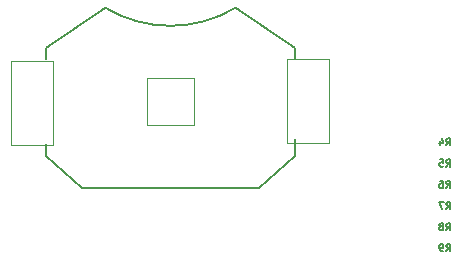
<source format=gbr>
G04 #@! TF.GenerationSoftware,KiCad,Pcbnew,(5.0.1-3-g963ef8bb5)*
G04 #@! TF.CreationDate,2019-05-10T17:55:58-07:00*
G04 #@! TF.ProjectId,ME203_Project,4D453230335F50726F6A6563742E6B69,rev?*
G04 #@! TF.SameCoordinates,Original*
G04 #@! TF.FileFunction,Legend,Bot*
G04 #@! TF.FilePolarity,Positive*
%FSLAX46Y46*%
G04 Gerber Fmt 4.6, Leading zero omitted, Abs format (unit mm)*
G04 Created by KiCad (PCBNEW (5.0.1-3-g963ef8bb5)) date Friday, May 10, 2019 at 05:55:58 PM*
%MOMM*%
%LPD*%
G01*
G04 APERTURE LIST*
%ADD10C,0.066040*%
%ADD11C,0.203200*%
%ADD12C,0.127000*%
G04 APERTURE END LIST*
D10*
G04 #@! TO.C,BT1*
X93001020Y-42751020D02*
X96998980Y-42751020D01*
X96998980Y-42751020D02*
X96998980Y-46748980D01*
X93001020Y-46748980D02*
X96998980Y-46748980D01*
X93001020Y-42751020D02*
X93001020Y-46748980D01*
X81538000Y-41321000D02*
X85094000Y-41321000D01*
X85094000Y-41321000D02*
X85094000Y-48433000D01*
X81538000Y-48433000D02*
X85094000Y-48433000D01*
X81538000Y-41321000D02*
X81538000Y-48433000D01*
X104906000Y-41194000D02*
X108462000Y-41194000D01*
X108462000Y-41194000D02*
X108462000Y-48306000D01*
X104906000Y-48306000D02*
X108462000Y-48306000D01*
X104906000Y-41194000D02*
X104906000Y-48306000D01*
D11*
X87501920Y-52098220D02*
X102498080Y-52098220D01*
X87501920Y-52098220D02*
X84451380Y-49398200D01*
X102498080Y-52098220D02*
X105548620Y-49398200D01*
X105548620Y-40200860D02*
X100549900Y-36802340D01*
X89450100Y-36802340D02*
X84451380Y-40200860D01*
X105548620Y-49398200D02*
X105548620Y-47947860D01*
X84451380Y-48328860D02*
X84451380Y-49398200D01*
X84451380Y-40200860D02*
X84451380Y-41171140D01*
X105548620Y-40200860D02*
X105548620Y-41171140D01*
X100547955Y-36803517D02*
G75*
G02X89450100Y-36802340I-5547955J9162957D01*
G01*
G04 #@! TO.C,R6*
D12*
X118351600Y-52075771D02*
X118554800Y-51785485D01*
X118699942Y-52075771D02*
X118699942Y-51466171D01*
X118467714Y-51466171D01*
X118409657Y-51495200D01*
X118380628Y-51524228D01*
X118351600Y-51582285D01*
X118351600Y-51669371D01*
X118380628Y-51727428D01*
X118409657Y-51756457D01*
X118467714Y-51785485D01*
X118699942Y-51785485D01*
X117829085Y-51466171D02*
X117945200Y-51466171D01*
X118003257Y-51495200D01*
X118032285Y-51524228D01*
X118090342Y-51611314D01*
X118119371Y-51727428D01*
X118119371Y-51959657D01*
X118090342Y-52017714D01*
X118061314Y-52046742D01*
X118003257Y-52075771D01*
X117887142Y-52075771D01*
X117829085Y-52046742D01*
X117800057Y-52017714D01*
X117771028Y-51959657D01*
X117771028Y-51814514D01*
X117800057Y-51756457D01*
X117829085Y-51727428D01*
X117887142Y-51698400D01*
X118003257Y-51698400D01*
X118061314Y-51727428D01*
X118090342Y-51756457D01*
X118119371Y-51814514D01*
G04 #@! TO.C,R5*
X118351600Y-50275771D02*
X118554800Y-49985485D01*
X118699942Y-50275771D02*
X118699942Y-49666171D01*
X118467714Y-49666171D01*
X118409657Y-49695200D01*
X118380628Y-49724228D01*
X118351600Y-49782285D01*
X118351600Y-49869371D01*
X118380628Y-49927428D01*
X118409657Y-49956457D01*
X118467714Y-49985485D01*
X118699942Y-49985485D01*
X117800057Y-49666171D02*
X118090342Y-49666171D01*
X118119371Y-49956457D01*
X118090342Y-49927428D01*
X118032285Y-49898400D01*
X117887142Y-49898400D01*
X117829085Y-49927428D01*
X117800057Y-49956457D01*
X117771028Y-50014514D01*
X117771028Y-50159657D01*
X117800057Y-50217714D01*
X117829085Y-50246742D01*
X117887142Y-50275771D01*
X118032285Y-50275771D01*
X118090342Y-50246742D01*
X118119371Y-50217714D01*
G04 #@! TO.C,R4*
X118351600Y-48475771D02*
X118554800Y-48185485D01*
X118699942Y-48475771D02*
X118699942Y-47866171D01*
X118467714Y-47866171D01*
X118409657Y-47895200D01*
X118380628Y-47924228D01*
X118351600Y-47982285D01*
X118351600Y-48069371D01*
X118380628Y-48127428D01*
X118409657Y-48156457D01*
X118467714Y-48185485D01*
X118699942Y-48185485D01*
X117829085Y-48069371D02*
X117829085Y-48475771D01*
X117974228Y-47837142D02*
X118119371Y-48272571D01*
X117742000Y-48272571D01*
G04 #@! TO.C,R9*
X118351600Y-57425771D02*
X118554800Y-57135485D01*
X118699942Y-57425771D02*
X118699942Y-56816171D01*
X118467714Y-56816171D01*
X118409657Y-56845200D01*
X118380628Y-56874228D01*
X118351600Y-56932285D01*
X118351600Y-57019371D01*
X118380628Y-57077428D01*
X118409657Y-57106457D01*
X118467714Y-57135485D01*
X118699942Y-57135485D01*
X118061314Y-57425771D02*
X117945200Y-57425771D01*
X117887142Y-57396742D01*
X117858114Y-57367714D01*
X117800057Y-57280628D01*
X117771028Y-57164514D01*
X117771028Y-56932285D01*
X117800057Y-56874228D01*
X117829085Y-56845200D01*
X117887142Y-56816171D01*
X118003257Y-56816171D01*
X118061314Y-56845200D01*
X118090342Y-56874228D01*
X118119371Y-56932285D01*
X118119371Y-57077428D01*
X118090342Y-57135485D01*
X118061314Y-57164514D01*
X118003257Y-57193542D01*
X117887142Y-57193542D01*
X117829085Y-57164514D01*
X117800057Y-57135485D01*
X117771028Y-57077428D01*
G04 #@! TO.C,R8*
X118351600Y-55675771D02*
X118554800Y-55385485D01*
X118699942Y-55675771D02*
X118699942Y-55066171D01*
X118467714Y-55066171D01*
X118409657Y-55095200D01*
X118380628Y-55124228D01*
X118351600Y-55182285D01*
X118351600Y-55269371D01*
X118380628Y-55327428D01*
X118409657Y-55356457D01*
X118467714Y-55385485D01*
X118699942Y-55385485D01*
X118003257Y-55327428D02*
X118061314Y-55298400D01*
X118090342Y-55269371D01*
X118119371Y-55211314D01*
X118119371Y-55182285D01*
X118090342Y-55124228D01*
X118061314Y-55095200D01*
X118003257Y-55066171D01*
X117887142Y-55066171D01*
X117829085Y-55095200D01*
X117800057Y-55124228D01*
X117771028Y-55182285D01*
X117771028Y-55211314D01*
X117800057Y-55269371D01*
X117829085Y-55298400D01*
X117887142Y-55327428D01*
X118003257Y-55327428D01*
X118061314Y-55356457D01*
X118090342Y-55385485D01*
X118119371Y-55443542D01*
X118119371Y-55559657D01*
X118090342Y-55617714D01*
X118061314Y-55646742D01*
X118003257Y-55675771D01*
X117887142Y-55675771D01*
X117829085Y-55646742D01*
X117800057Y-55617714D01*
X117771028Y-55559657D01*
X117771028Y-55443542D01*
X117800057Y-55385485D01*
X117829085Y-55356457D01*
X117887142Y-55327428D01*
G04 #@! TO.C,R7*
X118351600Y-53875771D02*
X118554800Y-53585485D01*
X118699942Y-53875771D02*
X118699942Y-53266171D01*
X118467714Y-53266171D01*
X118409657Y-53295200D01*
X118380628Y-53324228D01*
X118351600Y-53382285D01*
X118351600Y-53469371D01*
X118380628Y-53527428D01*
X118409657Y-53556457D01*
X118467714Y-53585485D01*
X118699942Y-53585485D01*
X118148400Y-53266171D02*
X117742000Y-53266171D01*
X118003257Y-53875771D01*
G04 #@! TD*
M02*

</source>
